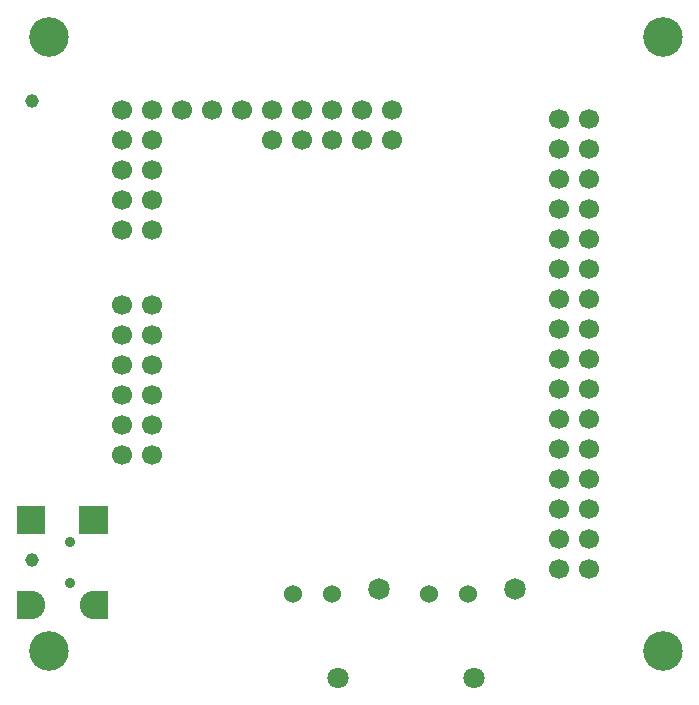
<source format=gbr>
G04 start of page 8 for group -4062 idx -4062 *
G04 Title: pmc, soldermask *
G04 Creator: pcb 1.99z *
G04 CreationDate: Fri 27 Sep 2013 09:22:41 AM GMT UTC *
G04 For: russ *
G04 Format: Gerber/RS-274X *
G04 PCB-Dimensions (mm): 62.00 62.00 *
G04 PCB-Coordinate-Origin: lower left *
%MOMM*%
%FSLAX43Y43*%
%LNBOTTOMMASK*%
%ADD144R,1.270X1.270*%
%ADD143R,0.470X0.470*%
%ADD142C,1.152*%
%ADD141C,3.352*%
%ADD140C,1.800*%
%ADD139C,1.827*%
%ADD138C,1.527*%
%ADD137C,0.914*%
%ADD136C,2.413*%
%ADD135C,1.700*%
G54D135*X48230Y37350D03*
Y34810D03*
Y32270D03*
X50770Y37350D03*
Y34810D03*
Y32270D03*
Y29730D03*
Y27190D03*
Y24650D03*
X48230Y29730D03*
Y27190D03*
Y24650D03*
Y22110D03*
Y44970D03*
X50770D03*
X48230Y42430D03*
X50770D03*
X48230Y50050D03*
X50770D03*
X48230Y47510D03*
X50770D03*
X48230Y39890D03*
X50770D03*
X23920Y48230D03*
X26460D03*
X29000D03*
X31540D03*
X34080D03*
X26460Y50770D03*
X29000D03*
X31540D03*
X34080D03*
X23920D03*
X21380D03*
X18840D03*
X16300D03*
X13730Y40610D03*
Y43150D03*
Y45690D03*
Y48230D03*
Y50770D03*
X13720Y34260D03*
X11190Y40610D03*
Y43150D03*
Y45690D03*
Y48230D03*
Y50770D03*
X11180Y34260D03*
Y31720D03*
X13720D03*
Y29180D03*
Y26640D03*
Y24100D03*
Y21560D03*
X11180Y29180D03*
Y26640D03*
Y24100D03*
Y21560D03*
G54D136*X3500Y8900D03*
X8800D03*
G54D137*X6800Y10800D03*
G54D136*X3500Y16100D03*
X8800D03*
G54D137*X6800Y14200D03*
G54D135*X50770Y22110D03*
X48230Y19570D03*
Y17030D03*
Y14490D03*
X50770Y19570D03*
Y17030D03*
Y14490D03*
Y11950D03*
X48230D03*
G54D138*X37200Y9850D03*
X40500D03*
G54D139*X44500Y10250D03*
G54D140*X41000Y2750D03*
X29500D03*
G54D138*X25700Y9850D03*
X29000D03*
G54D139*X33000Y10250D03*
G54D141*X57000Y5000D03*
X5000Y57000D03*
Y5000D03*
G54D142*X3570Y12670D03*
Y51532D03*
G54D141*X57000Y57000D03*
G54D143*X8228Y9472D02*Y8328D01*
G54D144*X9372Y9472D02*Y8328D01*
X2928Y9472D02*Y8328D01*
G54D143*X4072Y9472D02*Y8328D01*
G54D144*X2928Y16672D02*Y15528D01*
X4072Y16672D02*Y15528D01*
X8228Y16672D02*Y15528D01*
X9372Y16672D02*Y15528D01*
M02*

</source>
